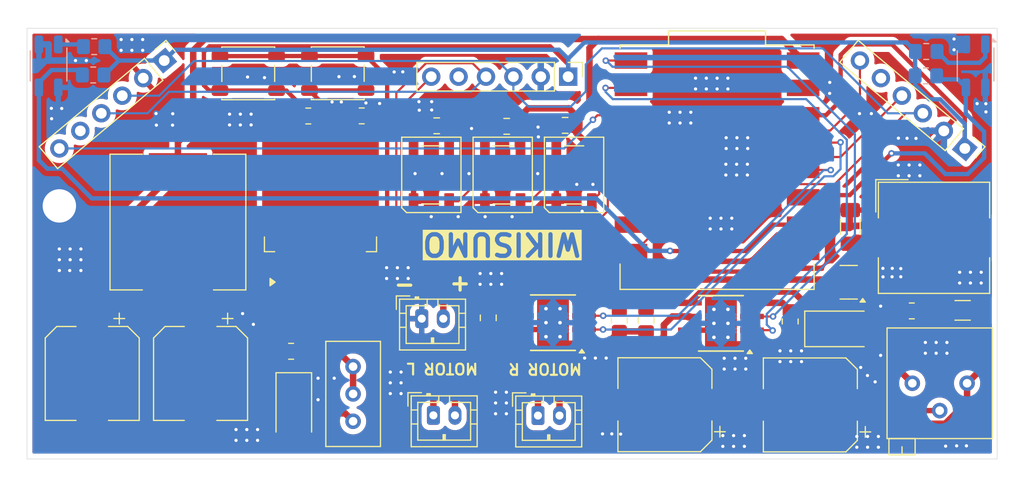
<source format=kicad_pcb>
(kicad_pcb (version 20241229) (generator "pcbnew") (generator_version "9.0")
  (layers (0 "F.Cu" signal) (2 "B.Cu" signal) (13 "F.Paste" user) (15 "B.Paste" user) (5 "F.SilkS" user "F.Silkscreen") (7 "B.SilkS" user "B.Silkscreen") (1 "F.Mask" user) (3 "B.Mask" user) (25 "Edge.Cuts" user))
  (net 0 "")
  (net 1 "Net-(U3-A)")
  (net 2 "+3V3")
  (net 3 "QR1113_L")
  (net 4 "Net-(U4-A)")
  (net 5 "QR1113_R")
  (net 6 "Net-(D1-A)")
  (net 8 "Net-(D4-DOUT)")
  (net 9 "VL53L0X_C")
  (net 10 "SDA")
  (net 11 "SCL")
  (net 12 "VL53L0X_L")
  (net 13 "+5V")
  (net 14 "VL53L0X_R")
  (net 15 "+12V")
  (net 18 "+BATT")
  (net 19 "Net-(D2-K)")
  (net 20 "Net-(R5-Pad1)")
  (net 21 "Net-(U7-FB)")
  (net 22 "Net-(U6-FB)")
  (net 24 "Net-(J5-Pin_2)")
  (net 25 "Net-(J5-Pin_1)")
  (net 26 "Net-(J6-Pin_1)")
  (net 27 "Net-(J6-Pin_2)")
  (net 28 "Net-(U1-GPIO0)")
  (net 29 "GND")
  (net 30 "LED")
  (net 31 "Net-(D5-DOUT)")
  (net 33 "Net-(R7-Pad2)")
  (net 34 "Net-(U2-ILIM)")
  (net 35 "Net-(U5-ILIM)")
  (net 36 "DRV8871_BI1")
  (net 37 "DRV8871_AI1")
  (net 38 "DRV8871_AI2")
  (net 39 "DRV8871_BI2")
  (footprint "Connector_JST:JST_PH_B2B-PH-K_1x02_P2.00mm_Vertical" (layer "F.Cu") (at 141.62 96.97)
    (property "Reference" "J4" (hide yes))
    (property "Value" "Conn_01x02" (hide yes))
  )
  (footprint "Capacitor_SMD:C_0805_2012Metric_Pad1.18x1.45mm_HandSolder" (layer "F.Cu") (at 162.43 97.13 -90)
    (property "Reference" "C13" (hide yes))
    (property "Value" "0.1uF" (hide yes))
  )
  (footprint "Capacitor_SMD:C_0805_2012Metric_Pad1.18x1.45mm_HandSolder" (layer "F.Cu") (at 147.79 96.8925 -90)
    (property "Reference" "C11" (hide yes))
    (property "Value" "0.1uF" (hide yes))
  )
  (footprint "Connector_PinHeader_2.54mm:PinHeader_1x06_P2.54mm_Vertical" (layer "F.Cu") (at 192 81.163403 -130)
    (property "Reference" "J3" (hide yes))
    (property "Value" "Conn_01x06")
  )
  (footprint "Button_Switch_SMD:SW_SPST_PTS647_Sx50" (layer "F.Cu") (at 133.825 74.18 180)
    (property "Reference" "SW2" (hide yes))
    (property "Value" "SW_Push" (hide yes))
  )
  (footprint "Potentiometer_THT:Potentiometer_Bourns_3296W_Vertical" (layer "F.Cu") (at 135.25 101.42 90)
    (property "Reference" "RV2" (hide yes))
    (property "Value" "10K" (hide yes))
  )
  (footprint "Button_Switch_SMD:SW_SPST_PTS647_Sx50" (layer "F.Cu") (at 125.525 74.19 180)
    (property "Reference" "SW1" (hide yes))
    (property "Value" "SW_Push" (hide yes))
  )
  (footprint "Resistor_SMD:R_0805_2012Metric_Pad1.20x1.40mm_HandSolder" (layer "F.Cu") (at 136.05 78.14)
    (property "Reference" "R8" (hide yes))
    (property "Value" "R" (hide yes))
  )
  (footprint "Capacitor_SMD:CP_Elec_8x10.5" (layer "F.Cu") (at 164.18 104.96 180)
    (property "Reference" "C14" (hide yes))
    (property "Value" "22uF" (hide yes))
  )
  (footprint "Capacitor_SMD:CP_Elec_8x10.5" (layer "F.Cu") (at 111.05 102.06 -90)
    (property "Reference" "C4" (hide yes))
    (property "Value" "220uF")
  )
  (footprint "Capacitor_SMD:C_0805_2012Metric_Pad1.18x1.45mm_HandSolder" (layer "F.Cu") (at 149.5 79.11 180)
    (property "Reference" "C9" (hide yes))
    (property "Value" "C" (hide yes))
  )
  (footprint "Package_TO_SOT_SMD:SOT-23-6" (layer "F.Cu") (at 181.2275 93.59 180)
    (property "Reference" "U6" (hide yes))
    (property "Value" "MT3608")
  )
  (footprint "Connector_JST:JST_PH_B2B-PH-K_1x02_P2.00mm_Vertical" (layer "F.Cu") (at 152.4 105.97)
    (property "Reference" "J6" (hide yes))
    (property "Value" "Conn_01x02" (hide yes))
  )
  (footprint "Resistor_SMD:R_0805_2012Metric_Pad1.20x1.40mm_HandSolder" (layer "F.Cu") (at 129.5 100 180)
    (property "Reference" "R6" (hide yes))
    (property "Value" "330")
  )
  (footprint "Connector_PinHeader_2.54mm:PinHeader_1x06_P2.54mm_Vertical" (layer "F.Cu") (at 117.728764 73 -50)
    (property "Reference" "J1" (hide yes))
    (property "Value" "Conn_01x06")
  )
  (footprint "Resistor_SMD:R_0805_2012Metric_Pad1.20x1.40mm_HandSolder" (layer "F.Cu") (at 159.95 97.15 -90)
    (property "Reference" "R9" (hide yes))
    (property "Value" "33K" (hide yes))
  )
  (footprint "Diode_SMD:D_SMA" (layer "F.Cu") (at 129.75 105.5 -90)
    (property "Reference" "D2" (hide yes))
    (property "Value" "SS34")
  )
  (footprint "LED_SMD:LED_WS2812B_PLCC4_5.0x5.0mm_P3.2mm" (layer "F.Cu") (at 142.51 83.62 -90)
    (property "Reference" "D6" (hide yes))
    (property "Value" "WS2812B" (hide yes))
  )
  (footprint "LED_SMD:LED_WS2812B_PLCC4_5.0x5.0mm_P3.2mm" (layer "F.Cu") (at 155.75 83.62 -90)
    (property "Reference" "D4" (hide yes))
    (property "Value" "WS2812B" (hide yes))
  )
  (footprint "Capacitor_SMD:C_0805_2012Metric_Pad1.18x1.45mm_HandSolder" (layer "F.Cu") (at 143.0075 79.06 180)
    (property "Reference" "C10" (hide yes))
    (property "Value" "C" (hide yes))
  )
  (footprint "Capacitor_SMD:C_0805_2012Metric_Pad1.18x1.45mm_HandSolder" (layer "F.Cu") (at 154.92 79.02 180)
    (property "Reference" "C8" (hide yes))
    (property "Value" "C" (hide yes))
  )
  (footprint "Potentiometer_THT:Potentiometer_Bourns_3296P_Horizontal" (layer "F.Cu") (at 187.13 102.97 90)
    (property "Reference" "RV1" (hide yes))
    (property "Value" "100K" (hide yes))
  )
  (footprint "Inductor_SMD:L_12x12mm_H8mm" (layer "F.Cu") (at 119 88 90)
    (property "Reference" "L2" (hide yes))
    (property "Value" "47uH")
  )
  (footprint "Resistor_SMD:R_0805_2012Metric_Pad1.20x1.40mm_HandSolder" (layer "F.Cu") (at 175.8 97.23 -90)
    (property "Reference" "R10" (hide yes))
    (property "Value" "33K" (hide yes))
  )
  (footprint "Resistor_SMD:R_0805_2012Metric_Pad1.20x1.40mm_HandSolder" (layer "F.Cu") (at 187.08 96.25)
    (property "Reference" "R5" (hide yes))
    (property "Value" "2.2K")
  )
  (footprint "LED_SMD:LED_WS2812B_PLCC4_5.0x5.0mm_P3.2mm" (layer "F.Cu") (at 149.13 83.62 -90)
    (property "Reference" "D5" (hide yes))
    (property "Value" "WS2812B" (hide yes))
  )
  (footprint "Capacitor_SMD:CP_Elec_8x10.5" (layer "F.Cu") (at 177.67 104.98 180)
    (property "Reference" "C12" (hide yes))
    (property "Value" "22uF" (hide yes))
  )
  (footprint "Capacitor_SMD:C_1206_3216Metric_Pad1.33x1.80mm_HandSolder" (layer "F.Cu") (at 191.7975 96.2 180)
    (property "Reference" "C2" (hide yes))
    (property "Value" "28uF")
  )
  (footprint "Capacitor_SMD:C_1206_3216Metric_Pad1.33x1.80mm_HandSolder" (layer "F.Cu") (at 181.38 88.45 90)
    (property "Reference" "C1" (hide yes))
    (property "Value" "28uF")
  )
  (footprint "Package_TO_SOT_SMD:TO-263-5_TabPin3" (layer "F.Cu") (at 132.225 85.925 90)
    (property "Reference" "U7" (hide yes))
    (property "Value" "LM2596S-ADJ")
  )
  (footprint "Diode_SMD:D_SMA" (layer "F.Cu") (at 180.66 97.92)
    (property "Reference" "D1" (hide yes))
    (property "Value" "SS34")
  )
  (footprint "Inductor_SMD:L_TDK_SLF10165" (layer "F.Cu") (at 189.14 89.4625)
    (property "Reference" "L1" (hide yes))
    (property "Value" "22uH" (hide yes))
  )
  (footprint "Package_SO:Texas_HTSOP-8-1EP_3.9x4.9mm_P1.27mm_EP2.95x4.9mm_Mask2.4x3.1mm_ThermalVias" (layer "F.Cu") (at 153.795 97.345 180)
    (property "Reference" "U2" (hide yes))
    (property "Value" "DRV8871DDA" (hide yes))
  )
  (footprint "Connector_JST:JST_PH_B2B-PH-K_1x02_P2.00mm_Vertical" (layer "F.Cu") (at 142.7 105.95)
    (property "Reference" "J5" (hide yes))
    (property "Value" "Conn_01x02" (hide yes))
  )
  (footprint "Package_SO:Texas_HTSOP-8-1EP_3.9x4.9mm_P1.27mm_EP2.95x4.9mm_Mask2.4x3.1mm_ThermalVias" (layer "F.Cu") (at 169.375 97.405 180)
    (property "Reference" "U5" (hide yes))
    (property "Value" "DRV8871DDA" (hide yes))
  )
  (footprint "Capacitor_SMD:CP_Elec_8x10.5" (layer "F.Cu") (at 121.1 102.06 -90)
    (property "Reference" "C3" (hide yes))
    (property "Value" "100uF")
  )
  (footprint "Connector_PinHeader_2.54mm:PinHeader_1x06_P2.54mm_Vertical" (layer "F.Cu") (at 155.2 74.5 -90)
    (property "Reference" "J2" (hide yes))
    (property "Value" "Conn_01x06" (hide yes))
  )
  (footprint "esp32-c3:MODULE_ESP32-C3_SUPERMINI" (layer "F.Cu") (at 169.015 82.9)
    (property "Reference" "U1" (hide yes))
    (property "Value" "ESP32-C3_SUPERMINI_SMD")
  )
  (footprint "Resistor_SMD:R_0805_2012Metric_Pad1.20x1.40mm_HandSolder" (layer "F.Cu") (at 131.095 78.15)
    (property "Reference" "R7" (hide yes))
    (property "Value" "R" (hide yes))
  )
  (footprint "Resistor_SMD:R_0805_2012Metric_Pad1.20x1.40mm_HandSolder" (layer "B.Cu") (at 111.23 71.71)
    (property "Reference" "R1" (hide yes))
    (property "Value" "100" (hide yes))
  )
  (footprint "OptoDevice:OnSemi_CASE100CY" (layer "B.Cu") (at 107 73.5 180)
    (property "Reference" "U3" (hide yes))
    (property "Value" "QRE1113GR")
  )
  (footprint "Resistor_SMD:R_0805_2012Metric_Pad1.20x1.40mm_HandSolder" (layer "B.Cu") (at 111.14 74.34 180)
    (property "Reference" "R2" (hide yes))
    (property "Value" "10K" (hide yes))
  )
  (footprint "Resistor_SMD:R_0805_2012Metric_Pad1.20x1.40mm_HandSolder" (layer "B.Cu") (at 188.42 72.16 180)
    (property "Reference" "R3" (hide yes))
    (property "Value" "100" (hide yes))
  )
  (footprint "OptoDevice:OnSemi_CASE100CY" (layer "B.Cu") (at 193 73.5 180)
    (property "Reference" "U4" (hide yes))
    (property "Value" "QRE1113GR")
  )
  (footprint "Resistor_SMD:R_0805_2012Metric_Pad1.20x1.40mm_HandSolder" (layer "B.Cu") (at 188.39 74.42)
    (property "Reference" "R4" (hide yes))
    (property "Value" "10K" (hide yes))
  )
  (gr_rect (start 105 70) (end 195 110) (stroke (width 0.05)) (fill no) (layer "Edge.Cuts"))
  (gr_text "+" (at 144.05 94.51 0) (layer "F.SilkS") (effects (font (size 1.5 1.5) (thickness 0.3) (bold yes)) (justify left bottom)))
  (gr_text " WIKISUMO " (at 158.11 88.87 180) (layer "F.SilkS" knockout) (effects (font (size 2 2) (thickness 0.4) (bold yes)) (justify left bottom)))
  (gr_text "MOTOR R" (at 153.07 101.05 180) (layer "F.SilkS") (effects (font (size 1 1) (thickness 0.2) (bold yes)) (justify bottom)))
  (gr_text "MOTOR L" (at 143.53 101.02 180) (layer "F.SilkS") (effects (font (size 1 1) (thickness 0.2) (bold yes)) (justify bottom)))
  (gr_text "-" (at 138.9 94.63 0) (layer "F.SilkS") (effects (font (size 1.5 1.5) (thickness 0.3) (bold yes)) (justify left bottom)))
  (segment (start 110.02 71.5) (end 110.23 71.71) (width 0.4) (layer "B.Cu") (net 1))
  (segment (start 107.9 71.5) (end 110.02 71.5) (width 0.4) (layer "B.Cu") (net 1))
  (segment (start 177 78.08) (end 179.11 78.08) (width 0.4) (layer "F.Cu") (net 2))
  (segment (start 179.11 78.08) (end 180.48 76.71) (width 0.4) (layer "F.Cu") (net 2))
  (segment (start 121.9 75.79) (end 122.9 75.79) (width 0.4) (layer "F.Cu") (net 2))
  (segment (start 122.9 75.79) (end 128.15 75.79) (width 0.4) (layer "F.Cu") (net 2))
  (segment (start 128.15 75.63) (end 128.15 75.79) (width 0.4) (layer "F.Cu") (net 2))
  (segment (start 153.531 71.681) (end 121.929 71.681) (width 0.4) (layer "F.Cu") (net 2))
  (segment (start 155.2 73.35) (end 153.531 71.681) (width 0.4) (layer "F.Cu") (net 2))
  (segment (start 121.41 72.2) (end 121.41 75.3) (width 0.4) (layer "F.Cu") (net 2))
  (segment (start 121.41 75.3) (end 121.9 75.79) (width 0.4) (layer "F.Cu") (net 2))
  (segment (start 185.25 71.5) (end 192 78.25) (width 0.4) (layer "F.Cu") (net 2))
  (segment (start 130.095 76.825) (end 130.095 78.15) (width 0.4) (layer "F.Cu") (net 2))
  (segment (start 155.2 74.5) (end 155.2 73.35) (width 0.4) (layer "F.Cu") (net 2))
  (segment (start 129.06 75.79) (end 130.095 76.825) (width 0.4) (layer "F.Cu") (net 2))
  (segment (start 192 78.25) (end 192 81.163403) (width 0.4) (layer "F.Cu") (net 2))
  (segment (start 181.46 71.5) (end 185.25 71.5) (width 0.4) (layer "F.Cu") (net 2))
  (segment (start 180.48 72.48) (end 181.46 71.5) (width 0.4) (layer "F.Cu") (net 2))
  (segment (start 121.929 71.681) (end 121.41 72.2) (width 0.4) (layer "F.Cu") (net 2))
  (segment (start 180.48 76.71) (end 180.48 72.48) (width 0.4) (layer "F.Cu") (net 2))
  (segment (start 128.15 75.79) (end 129.06 75.79) (width 0.4) (layer "F.Cu") (net 2))
  (segment (start 112.14 74.34) (end 112.18 74.34) (width 0.4) (layer "B.Cu") (net 2))
  (segment (start 187.39 74.42) (end 187.81 74.42) (width 0.4) (layer "B.Cu") (net 2))
  (segment (start 113.52 73) (end 112.23 71.71) (width 0.4) (layer "B.Cu") (net 2))
  (segment (start 186.58 71.32) (end 156.71 71.32) (width 0.4) (layer "B.Cu") (net 2))
  (segment (start 187.39 75.27) (end 188.72 76.6) (width 0.4) (layer "B.Cu") (net 2))
  (segment (start 112.18 74.34) (end 113.52 73) (width 0.4) (layer "B.Cu") (net 2))
  (segment (start 155.2 74.5) (end 155.2 72.84) (width 0.4) (layer "B.Cu") (net 2))
  (segment (start 156.71 71.32) (end 155.2 72.83) (width 0.4) (layer "B.Cu") (net 2))
  (segment (start 187.39 74.42) (end 187.39 75.27) (width 0.4) (layer "B.Cu") (net 2))
  (segment (start 154.36 72) (end 118.728764 72) (width 0.4) (layer "B.Cu") (net 2))
  (segment (start 189.71 76.6) (end 192 78.89) (width 0.4) (layer "B.Cu") (net 2))
  (segment (start 187.42 72.16) (end 186.58 71.32) (width 0.4) (layer "B.Cu") (net 2))
  (segment (start 192 78.89) (end 192 81.163403) (width 0.4) (layer "B.Cu") (net 2))
  (segment (start 117.728764 73) (end 113.52 73) (width 0.4) (layer "B.Cu") (net 2))
  (segment (start 118.728764 72) (end 117.728764 73) (width 0.4) (layer "B.Cu") (net 2))
  (segment (start 187.39 72.19) (end 187.42 72.16) (width 0.4) (layer "B.Cu") (net 2))
  (segment (start 155.2 72.83) (end 155.2 74.5) (width 0.4) (layer "B.Cu") (net 2))
  (segment (start 155.2 72.84) (end 154.36 72) (width 0.4) (layer "B.Cu") (net 2))
  (segment (start 187.39 74.42) (end 187.39 72.19) (width 0.4) (layer "B.Cu") (net 2))
  (segment (start 188.72 76.6) (end 189.71 76.6) (width 0.4) (layer "B.Cu") (net 2))
  (segment (start 164.672373 90.69) (end 171.79 90.69) (width 0.4) (layer "F.Cu") (net 3))
  (segment (start 174.24 88.24) (end 177 88.24) (width 0.4) (layer "F.Cu") (net 3))
  (segment (start 164.654381 90.672008) (end 164.672373 90.69) (width 0.4) (layer "F.Cu") (net 3))
  (segment (start 171.79 90.69) (end 174.24 88.24) (width 0.4) (layer "F.Cu") (net 3))
  (via (at 164.654381 90.672008) (size 0.6) (drill 0.3) (layers "F.Cu" "B.Cu") (net 3))
  (segment (start 106.1 75.05) (end 106.1 75.5) (width 0.4) (layer "B.Cu") (net 3))
  (segment (start 157.799 85.799) (end 111.007837 85.799) (width 0.4) (layer "B.Cu") (net 3))
  (segment (start 106.1 82.25) (end 106.1 75.5) (width 0.4) (layer "B.Cu") (net 3))
  (segment (start 106.89 83.04) (end 106.1 82.25) (width 0.4) (layer "B.Cu") (net 3))
  (segment (start 107.27 73.88) (end 106.1 75.05) (width 0.4) (layer "B.Cu") (net 3))
  (segment (start 110.185 74.5) (end 109.565 73.88) (width 0.4) (layer "B.Cu") (net 3))
  (segment (start 111.007837 85.799) (end 108.248837 83.04) (width 0.4) (layer "B.Cu") (net 3))
  (segment (start 109.565 73.88) (end 107.27 73.88) (width 0.4) (layer "B.Cu") (net 3))
  (segment (start 162.672008 90.672008) (end 157.799 85.799) (width 0.4) (layer "B.Cu") (net 3))
  (segment (start 108.248837 83.04) (end 106.89 83.04) (width 0.4) (layer "B.Cu") (net 3))
  (segment (start 164.654381 90.672008) (end 162.672008 90.672008) (width 0.4) (layer "B.Cu") (net 3))
  (segment (start 193.9 72.67) (end 193.9 71.5) (width 0.4) (layer "B.Cu") (net 4))
  (segment (start 190.47 73.21) (end 193.36 73.21) (width 0.4) (layer "B.Cu") (net 4))
  (segment (start 189.42 72.16) (end 190.47 73.21) (width 0.4) (layer "B.Cu") (net 4))
  (segment (start 193.36 73.21) (end 193.9 72.67) (width 0.4) (layer "B.Cu") (net 4))
  (segment (start 181.32 85.5) (end 177.2 85.5) (width 0.4) (layer "F.Cu") (net 5))
  (segment (start 177.2 85.5) (end 177 85.7) (width 0.4) (layer "F.Cu") (net 5))
  (segment (start 185.2 81.62) (end 181.32 85.5) (width 0.4) (layer "F.Cu") (net 5))
  (via (at 185.2 81.62) (size 0.6) (drill 0.3) (layers "F.Cu" "B.Cu") (net 5))
  (segment (start 192.09 77.912) (end 192.09 75.51) (width 0.4) (layer "B.Cu") (net 5))
  (segment (start 185.2 81.62) (end 188.28 81.62) (width 0.4) (layer "B.Cu") (net 5))
  (segment (start 189.34 74.75) (end 191.35 74.75) (width 0.4) (layer "B.Cu") (net 5))
  (segment (start 193.79 82.02) (end 193.79 79.612) (width 0.4) (layer "B.Cu") (net 5))
  (segment (start 192.268909 83.541091) (end 193.79 82.02) (width 0.4) (layer "B.Cu") (net 5))
  (segment (start 191.35 74.75) (end 192.1 75.5) (width 0.4) (layer "B.Cu") (net 5))
  (segment (start 192.09 75.51) (end 192.1 75.5) (width 0.4) (layer "B.Cu") (net 5))
  (segment (start 188.28 81.62) (end 190.201091 83.541091) (width 0.4) (layer "B.Cu") (net 5))
  (segment (start 193.79 79.612) (end 192.09 77.912) (width 0.4) (layer "B.Cu") (net 5))
  (segment (start 190.201091 83.541091) (end 192.268909 83.541091) (width 0.4) (layer "B.Cu") (net 5))
  (segment (start 185.45 93.96) (end 188.6925 93.96) (width 0.6) (layer "F.Cu") (net 6))
  (segment (start 182.365 94.54) (end 184.87 94.54) (width 0.6) (layer "F.Cu") (net 6))
  (segment (start 182.365 94.54) (end 182.365 97.625) (width 0.6) (layer "F.Cu") (net 6))
  (segment (start 182.365 97.625) (end 182.66 97.92) (width 0.6) (layer "F.Cu") (net 6))
  (segment (start 188.6925 93.96) (end 193.19 89.4625) (width 0.6) (layer "F.Cu") (net 6))
  (segment (start 184.87 94.54) (end 185.45 93.96) (width 0.6) (layer "F.Cu") (net 6))
  (segment (start 154.1 81.17) (end 154.1 83.66) (width 0.2) (layer "F.Cu") (net 8))
  (segment (start 151.69 86.07) (end 150.78 86.07) (width 0.2) (layer "F.Cu") (net 8))
  (segment (start 154.1 83.66) (end 151.69 86.07) (width 0.2) (layer "F.Cu") (net 8))
  (segment (start 158.88 84.5595) (end 158.88 86.97) (width 0.2) (layer "F.Cu") (net 9))
  (segment (start 141.22 88.2) (end 139.73 86.71) (width 0.2) (layer "F.Cu") (net 9))
  (segment (start 161.03 83.16) (end 160.2795 83.16) (width 0.2) (layer "F.Cu") (net 9))
  (segment (start 139.73 77.27) (end 142.5 74.5) (width 0.2) (layer "F.Cu") (net 9))
  (segment (start 158.88 86.97) (end 157.65 88.2) (width 0.2) (layer "F.Cu") (net 9))
  (segment (start 157.65 88.2) (end 141.22 88.2) (width 0.2) (layer "F.Cu") (net 9))
  (segment (start 139.73 86.71) (end 139.73 77.27) (width 0.2) (layer "F.Cu") (net 9))
  (segment (start 160.2795 83.16) (end 158.88 84.5595) (width 0.2) (layer "F.Cu") (net 9))
  (segment (start 186.162741 76.265361) (end 180.468102 81.96) (width 0.2) (layer "F.Cu") (net 10))
  (segment (start 160.67 88.6) (end 140.90358 88.6) (width 0.2) (layer "F.Cu") (net 10))
  (segment (start 161.03 88.24) (end 160.67 88.6) (width 0.2) (layer "F.Cu") (net 10))
  (segment (start 180.468102 81.96) (end 167.6465 81.96) (width 0.2) (layer "F.Cu") (net 10))
  (segment (start 140.90358 88.6) (end 139.26 86.95642) (width 0.2) (layer "F.Cu") (net 10))
  (segment (start 139.26 76) (end 142.01 73.25) (width 0.2) (layer "F.Cu") (net 10))
  (segment (start 161.3665 88.24) (end 161.03 88.24) (width 0.2) (layer "F.Cu") (net 10))
  (segment (start 146.33 73.25) (end 147.58 74.5) (width 0.2) (layer "F.Cu") (net 10))
  (segment (start 142.01 73.25) (end 146.33 73.25) (width 0.2) (layer "F.Cu") (net 10))
  (segment (start 167.6465 81.96) (end 161.3665 88.24) (width 0.2) (layer "F.Cu") (net 10))
  (segment (start 139.26 86.95642) (end 139.26 76) (width 0.2) (layer "F.Cu") (net 10))
  (segment (start 146.18 75.9) (end 147.58 74.5) (width 0.2) (layer "B.Cu") (net 10))
  (segment (start 116.170299 77.898042) (end 118.168341 75.9) (width 0.2) (layer "B.Cu") (net 10))
  (segment (start 118.168341 75.9) (end 146.18 75.9) (width 0.2) (layer "B.Cu") (net 10))
  (segment (start 111.891505 77.898042) (end 116.170299 77.898042) (width 0.2) (layer "B.Cu") (net 10))
  (segment (start 188.108494 77.898042) (end 186.511958 77.898042) (width 0.2) (layer "F.Cu") (net 11))
  (segment (start 167.668444 84.478056) (end 161.3665 90.78) (width 0.2) (layer "F.Cu") (net 11))
  (segment (start 179.931944 84.478056) (end 167.668444 84.478056) (width 0.2) (layer "F.Cu") (net 11))
  (segment (start 161.3665 90.78) (end 161.03 90.78) (width 0.2) (layer "F.Cu") (net 11))
  (segment (start 186.511958 77.898042) (end 179.931944 84.478056) (width 0.2) (layer "F.Cu") (net 11))
  (segment (start 178.819 71.869) (end 184.848042 77.898042) (width 0.2) (layer "B.Cu") (net 11))
  (segment (start 155.42 77.29) (end 156.84 75.87) (width 0.2) (layer "B.Cu") (net 11))
  (segment (start 120.489525 73.04) (end 117.264164 76.265361) (width 0.2) (layer "B.Cu") (net 11))
  (segment (start 117.264164 76.265361) (end 113.837258 76.265361) (width 0.2) (layer "B.Cu") (net 11))
  (segment (start 151.53 77.29) (end 155.42 77.29) (width 0.2) (layer "B.Cu") (net 11))
  (segment (start 184.848042 77.898042) (end 188.108494 77.898042) (width 0.2) (layer "B.Cu") (net 11))
  (segment (start 156.84 73.36) (end 158.331 71.869) (width 0.2) (layer "B.Cu") (net 11))
  (segment (start 150.12 74.5) (end 148.66 73.04) (width 0.2) (layer "B.Cu") (net 11))
  (segment (start 158.331 71.869) (end 178.819 71.869) (width 0.2) (layer "B.Cu") (net 11))
  (segment (start 156.84 75.87) (end 156.84 73.36) (width 0.2) (layer "B.Cu") (net 11))
  (segment (start 150.12 74.5) (end 150.12 75.88) (width 0.2) (layer "B.Cu") (net 11))
  (segment (start 148.66 73.04) (end 120.489525 73.04) (width 0.2) (layer "B.Cu") (net 11))
  (segment (start 150.12 75.88) (end 151.53 77.29) (width 0.2) (layer "B.Cu") (net 11))
  (segment (start 157.92 78.08) (end 157.5 78.5) (width 0.2) (layer "F.Cu") (net 12))
  (segment (start 161.03 78.08) (end 157.92 78.08) (width 0.2) (layer "F.Cu") (net 12))
  (via (at 157.5 78.5) (size 0.6) (drill 0.3) (layers "F.Cu" "B.Cu") (net 12))
  (segment (start 154.836597 81.163403) (end 157.5 78.5) (width 0.2) (layer "B.Cu") (net 12))
  (segment (start 108 81.163403) (end 154.836597 81.163403) (width 0.2) (layer "B.Cu") (net 12))
  (segment (start 129.328282 105.769) (end 134.519 105.769) (width 0.6) (layer "F.Cu") (net 13))
  (segment (start 150.5375 78.3925) (end 150.5375 79.11) (width 0.6) (layer "F.Cu") (net 13))
  (segment (start 177 73) (end 175 71) (width 0.6) (layer "F.Cu") (net 13))
  (segment (start 155.9575 79.02) (end 155.9575 78.1275) (width 0.6) (layer "F.Cu") (net 13))
  (segment (start 115.43 102.74) (end 126.299282 102.74) (width 0.6) (layer "F.Cu") (net 13))
  (segment (start 157.18 77.0725) (end 157.18 71.83) (width 0.6) (layer "F.Cu") (net 13))
  (segment (start 155.9575 79.7275) (end 155.9575 79.02) (width 0.6) (layer "F.Cu") (net 13))
  (segment (start 144.045 79.06) (end 144.045 81.055) (width 0.6) (layer "F.Cu") (net 13))
  (segment (start 155.9575 78.1275) (end 155.27 77.44) (width 0.6) (layer "F.Cu") (net 13))
  (segment (start 150.5375 79.11) (end 150.5375 78.2875) (width 0.6) (layer "F.Cu") (net 13))
  (segment (start 111.05 91) (end 111.05 98.36) (width 0.6) (layer "F.Cu") (net 13))
  (segment (start 126.299282 102.74) (end 129.328282 105.769) (width 0.6) (layer "F.Cu") (net 13))
  (segment (start 175 71) (end 158.01 71) (width 0.6) (layer "F.Cu") (net 13))
  (segment (start 151.49 77.44) (end 150.5375 78.3925) (width 0.6) (layer "F.Cu") (net 13))
  (segment (start 144.045 81.055) (end 144.16 81.17) (width 0.6) (layer "F.Cu") (net 13))
  (segment (start 134.519 105.769) (end 135.25 106.5) (width 0.6) (layer "F.Cu") (net 13))
  (segment (start 150.5375 78.2875) (end 149.66 77.41) (width 0.6) (layer "F.Cu") (net 13))
  (segment (start 157.4 81.17) (end 155.9575 79.7275) (width 0.6) (layer "F.Cu") (net 13))
  (segment (start 119 80.57) (end 119 83.05) (width 0.6) (layer "F.Cu") (net 13))
  (segment (start 150.5375 79.11) (end 150.5375 80.9275) (width 0.6) (layer "F.Cu") (net 13))
  (segment (start 158.01 71) (end 121.49 71) (width 0.6) (layer "F.Cu") (net 13))
  (segment (start 120.42 72.07) (end 120.42 79.15) (width 0.6) (layer "F.Cu") (net 13))
  (segment (start 121.49 71) (end 120.42 72.07) (width 0.6) (layer "F.Cu") (net 13))
  (segment (start 111.05 98.36) (end 115.43 102.74) (width 0.6) (layer "F.Cu") (net 13))
  (segment (start 144.2425 79.3) (end 144.22 79.2775) (width 0.2) (layer "F.Cu") (net 13))
  (segment (start 144.045 78.305) (end 144.045 79.06) (width 0.6) (layer "F.Cu") (net 13))
  (segment (start 155.9575 78.295) (end 157.18 77.0725) (width 0.6) (layer "F.Cu") (net 13))
  (segment (start 155.9575 79.02) (end 155.9575 78.295) (width 0.6) (layer "F.Cu") (net 13))
  (segment (start 119 83.05) (end 111.05 91) (width 0.6) (layer "F.Cu") (net 13))
  (segment (start 157.18 71.83) (end 158.01 71) (width 0.6) (layer "F.Cu") (net 13))
  (segment (start 150.5375 80.9275) (end 150.78 81.17) (width 0.6) (layer "F.Cu") (net 13))
  (segment (start 120.42 79.15) (end 119 80.57) (width 0.6) (layer "F.Cu") (net 13))
  (segment (start 149.66 77.41) (end 144.94 77.41) (width 0.6) (layer "F.Cu") (net 13))
  (segment (start 144.94 77.41) (end 144.045 78.305) (width 0.6) (layer "F.Cu") (net 13))
  (segment (start 155.27 77.44) (end 151.49 77.44) (width 0.6) (layer "F.Cu") (net 13))
  (segment (start 167.9805 79.5) (end 161.7805 85.7) (width 0.2) (layer "F.Cu") (net 14))
  (segment (start 161.7805 85.7) (end 161.03 85.7) (width 0.2) (layer "F.Cu") (net 14))
  (segment (start 182.271235 73) (end 182.271235 76.745765) (width 0.2) (layer "F.Cu") (net 14))
  (segment (start 179.517 79.5) (end 175.771235 79.5) (width 0.2) (layer "F.Cu") (net 14))
  (segment (start 175.771235 79.5) (end 167.9805 79.5) (width 0.2) (layer "F.Cu") (net 14))
  (segment (start 182.271235 76.745765) (end 179.517 79.5) (width 0.2) (layer "F.Cu") (net 14))
  (segment (start 152.2 94.16) (end 160.4975 94.16) (width 0.6) (layer "F.Cu") (net 15))
  (segment (start 167.546 94.454) (end 166.5 95.5) (width 0.6) (layer "F.Cu") (net 15))
  (segment (start 162.43 96.0925) (end 163.0225 95.5) (width 0.6) (layer "F.Cu") (net 15))
  (segment (start 181.4 105.4) (end 182.731 106.731) (width 0.6) (layer "F.Cu") (net 15))
  (segment (start 150.92 95.44) (end 148.205 95.44) (width 0.6) (layer "F.Cu") (net 15))
  (segment (start 150.92 95.44) (end 152.2 94.16) (width 0.6) (layer "F.Cu") (net 15))
  (segment (start 178.66 97.92) (end 178.66 102.48) (width 0.6) (layer "F.Cu") (net 15))
  (segment (start 178.66 97.02) (end 176.094 94.454) (width 0.6) (layer "F.Cu") (net 15))
  (segment (start 190.175755 106.731) (end 192.21 104.696755) (width 0.6) (layer "F.Cu") (net 15))
  (segment (start 178.66 102.48) (end 178.57 102.57) (width 0.6) (layer "F.Cu") (net 15))
  (segment (start 178.66 97.92) (end 178.66 97.02) (width 0.6) (layer "F.Cu") (net 15))
  (segment (start 182.731 106.731) (end 190.175755 106.731) (width 0.6) (layer "F.Cu") (net 15))
  (segment (start 150.8175 95.5425) (end 150.92 95.44) (width 0.6) (layer "F.Cu") (net 15))
  (segment (start 148.205 95.44) (end 147.79 95.855) (width 0.6) (layer "F.Cu") (net 15))
  (segment (start 160.4975 94.16) (end 162.43 96.0925) (width 0.6) (layer "F.Cu") (net 15))
  (segment (start 167.88 105.37) (end 170.68 102.57) (width 0.6) (layer "F.Cu") (net 15))
  (segment (start 170.68 102.57) (end 178.57 102.57) (width 0.6) (layer "F.Cu") (net 15))
  (segment (start 178.57 102.57) (end 181.4 105.4) (width 0.6) (layer "F.Cu") (net 15))
  (segment (start 193.36 96.2) (end 193.36 101.82) (width 0.6) (layer "F.Cu") (net 15))
  (segment (start 192.21 104.696755) (end 192.21 102.97) (width 0.6) (layer "F.Cu") (net 15))
  (segment (start 176.094 94.454) (end 167.546 94.454) (width 0.6) (layer "F.Cu") (net 15))
  (segment (start 163.0225 95.5) (end 166.5 95.5) (width 0.6) (layer "F.Cu") (net 15))
  (segment (start 193.36 101.82) (end 192.21 102.97) (width 0.6) (layer "F.Cu") (net 15))
  (segment (start 121.1 98.36) (end 125.885 93.575) (width 0.6) (layer "F.Cu") (net 18))
  (segment (start 180.09 92.64) (end 180.09 93.59) (width 0.6) (layer "F.Cu") (net 18))
  (segment (start 128.825 90.905) (end 128.825 93.575) (width 0.6) (layer "F.Cu") (net 18))
  (segment (start 179.39 93.34) (end 157.703596 93.34) (width 0.6) (layer "F.Cu") (net 18))
  (segment (start 181.38 90.0125) (end 181.38 91.35) (width 0.6) (layer "F.Cu") (net 18))
  (segment (start 155.953596 91.59) (end 146 91.59) (width 0.6) (layer "F.Cu") (net 18))
  (segment (start 143.62 93.97) (end 143.62 96.97) (width 0.6) (layer "F.Cu") (net 18))
  (segment (start 185.09 89.4625) (end 181.93 89.4625) (width 0.6) (layer "F.Cu") (net 18))
  (segment (start 139.79 90.14) (end 129.59 90.14) (width 0.6) (layer "F.Cu") (net 18))
  (segment (start 146 91.59) (end 143.62 93.97) (width 0.6) (layer "F.Cu") (net 18))
  (segment (start 139.79 90.14) (end 143.62 93.97) (width 0.6) (layer "F.Cu") (net 18))
  (segment (start 181.93 89.4625) (end 181.38 90.0125) (width 0.6) (layer "F.Cu") (net 18))
  (segment (start 180.09 92.64) (end 179.39 93.34) (width 0.6) (layer "F.Cu") (net 18))
  (segment (start 125.885 93.575) (end 128.825 93.575) (width 0.6) (layer "F.Cu") (net 18))
  (segment (start 181.38 91.35) (end 180.09 92.64) (width 0.6) (layer "F.Cu") (net 18))
  (segment (start 157.703596 93.34) (end 155.953596 91.59) (width 0.6) (layer "F.Cu") (net 18))
  (segment (start 129.59 90.14) (end 128.825 90.905) (width 0.6) (layer "F.Cu") (net 18))
  (segment (start 129 103.5) (end 127 101.5) (width 0.6) (layer "F.Cu") (net 19))
  (segment (start 129.75 103.5) (end 129 103.5) (width 0.2) (layer "F.Cu") (net 19))
  (segment (start 127 101.5) (end 127 99) (width 0.6) (layer "F.Cu") (net 19))
  (segment (start 127 101.5) (end 119.72 101.5) (width 0.6) (layer "F.Cu") (net 19))
  (segment (start 127 99) (end 130.525 95.475) (width 0.6) (layer "F.Cu") (net 19))
  (segment (start 130.525 95.475) (end 130.525 93.575) (width 0.2) (layer "F.Cu") (net 19))
  (segment (start 119 100.78) (end 119 92.95) (width 0.6) (layer "F.Cu") (net 19))
  (segment (start 119.72 101.5) (end 119 100.78) (width 0.6) (layer "F.Cu") (net 19))
  (segment (start 186.08 101.92) (end 187.13 102.97) (width 0.6) (layer "F.Cu") (net 20))
  (segment (start 186.08 96.25) (end 186.08 101.92) (width 0.6) (layer "F.Cu") (net 20))
  (segment (start 135.25 101.42) (end 135.25 103.96) (width 0.6) (layer "F.Cu") (net 21))
  (segment (start 133.925 96.575) (end 133.925 93.575) (width 0.6) (layer "F.Cu") (net 21))
  (segment (start 130.5 100) (end 133.83 100) (width 0.6) (layer "F.Cu") (net 21))
  (segment (start 133.83 100) (end 135.25 101.42) (width 0.6) (layer "F.Cu") (net 21))
  (segment (start 130.5 100) (end 133.925 96.575) (width 0.6) (layer "F.Cu") (net 21))
  (segment (start 181.26 93.08) (end 181.7 92.64) (width 0.5) (layer "F.Cu") (net 22))
  (segment (start 180.52 96.76) (end 181.26 96.02) (width 0.5) (layer "F.Cu") (net 22))
  (segment (start 181.26 96.02) (end 181.26 93.08) (width 0.5) (layer "F.Cu") (net 22))
  (segment (start 189.67 105.51) (end 187.52 105.51) (width 0.5) (layer "F.Cu") (net 22))
  (segment (start 181.7 92.64) (end 182.365 92.64) (width 0.5) (layer "F.Cu") (net 22))
  (segment (start 187.52 105.51) (end 180.52 98.51) (width 0.5) (layer "F.Cu") (net 22))
  (segment (start 180.52 98.51) (end 180.52 96.76) (width 0.5) (layer "F.Cu") (net 22))
  (segment (start 149.71 99.25) (end 147.89 101.07) (width 0.6) (layer "F.Cu") (net 24))
  (segment (start 144.7 102.12) (end 144.7 105.95) (width 0.6) (layer "F.Cu") (net 24))
  (segment (start 150.92 99.25) (end 149.71 99.25) (width 0.6) (layer "F.Cu") (net 24))
  (segment (start 147.89 101.07) (end 145.75 101.07) (width 0.6) (layer "F.Cu") (net 24))
  (segment (start 145.75 101.07) (end 144.7 102.12) (width 0.6) (layer "F.Cu") (net 24))
  (segment (start 147.89 99.8) (end 149.21 98.48) (width 0.6) (layer "F.Cu") (net 25))
  (segment (start 142.7 105.95) (end 142.7 102.25) (width 0.6) (layer "F.Cu") (net 25))
  (segment (start 145.15 99.8) (end 147.89 99.8) (width 0.6) (layer "F.Cu") (net 25))
  (segment (start 149.21 98.48) (end 149.21 97.378) (width 0.6) (layer "F.Cu") (net 25))
  (segment (start 142.7 102.25) (end 145.15 99.8) (width 0.6) (layer "F.Cu") (net 25))
  (segment (start 149.21 97.378) (end 149.878 96.71) (width 0.6) (layer "F.Cu") (net 25))
  (segment (start 149.878 96.71) (end 150.92 96.71) (width 0.6) (layer "F.Cu") (net 25))
  (segment (start 164.86 96.77) (end 166.5 96.77) (width 0.6) (layer "F.Cu") (net 26))
  (segment (start 164.08 97.55) (end 164.86 96.77) (width 0.6) (layer "F.Cu") (net 26))
  (segment (start 152.4 103.44) (end 154.24 101.6) (width 0.6) (layer "F.Cu") (net 26))
  (segment (start 164.08 98.62) (end 164.08 97.55) (width 0.6) (layer "F.Cu") (net 26))
  (segment (start 152.4 105.97) (end 152.4 103.44) (width 0.6) (layer "F.Cu") (net 26))
  (segment (start 161.1 101.6) (end 164.08 98.62) (width 0.6) (layer "F.Cu") (net 26))
  (segment (start 154.24 101.6) (end 161.1 101.6) (width 0.6) (layer "F.Cu") (net 26))
  (segment (start 167.18 96.84) (end 166.33 96.84) (width 0.6) (layer "F.Cu") (net 26))
  (segment (start 166.5 96.77) (end 165.499 96.77) (width 0.6) (layer "F.Cu") (net 26))
  (segment (start 154.4 105.97) (end 154.4 104.25) (width 0.6) (layer "F.Cu") (net 27))
  (segment (start 155.85 102.8) (end 161.56 102.8) (width 0.6) (layer "F.Cu") (net 27))
  (segment (start 154.4 104.25) (end 155.85 102.8) (width 0.6) (layer "F.Cu") (net 27))
  (segment (start 165.05 99.31) (end 166.5 99.31) (width 0.6) (layer "F.Cu") (net 27))
  (segment (start 161.56 102.8) (end 165.05 99.31) (width 0.6) (layer "F.Cu") (net 27))
  (segment (start 128.15 72.59) (end 128.18 72.59) (width 0.4) (layer "F.Cu") (net 28))
  (segment (start 175.179 92.601) (end 177 90.78) (width 0.4) (layer "F.Cu") (net 28))
  (segment (start 128.18 72.59) (end 128.19 72.58) (width 0.4) (layer "F.Cu") (net 28))
  (segment (start 138.41 87.17) (end 140.531 89.291) (width 0.4) (layer "F.Cu") (net 28))
  (segment (start 156.24614 89.291) (end 159.55614 92.601) (width 0.4) (layer "F.Cu") (net 28))
  (segment (start 138.41 74.54) (end 138.41 87.17) (width 0.4) (layer "F.Cu") (net 28))
  (segment (start 136.44 72.59) (end 136.45 72.58) (width 0.4) (layer "F.Cu") (net 28))
  (segment (start 122.9 72.59) (end 128.15 72.59) (width 0.4) (layer "F.Cu") (net 28))
  (segment (start 136.45 72.58) (end 131.2 72.58) (width 0.4) (layer "F.Cu") (net 28))
  (segment (start 136.45 72.58) (end 138.41 74.54) (width 0.4) (layer "F.Cu") (net 28))
  (segment (start 128.19 72.58) (end 131.2 72.58) (width 0.4) (layer "F.Cu") (net 28))
  (segment (start 140.531 89.291) (end 156.24614 89.291) (width 0.4) (layer "F.Cu") (net 28))
  (segment (start 159.55614 92.601) (end 175.179 92.601) (width 0.4) (layer "F.Cu") (net 28))
  (segment (start 147.79 97.93) (end 145.97 97.93) (width 0.6) (layer "F.Cu") (net 29))
  (segment (start 188.969278 79.530722) (end 188.5 80) (width 0.6) (layer "F.Cu") (net 29))
  (segment (start 137.05 78.14) (end 137.05 77.65) (width 0.6) (layer "F.Cu") (net 29))
  (segment (start 146.44 79.11) (end 146.24 79.31) (width 0.6) (layer "F.Cu") (net 29))
  (segment (start 137.05 77.65) (end 137.71 76.99) (width 0.6) (layer "F.Cu") (net 29))
  (segment (start 137.05 78.14) (end 137.05 77.55) (width 0.6) (layer "F.Cu") (net 29))
  (segment (start 153.8825 79.02) (end 152.57 79.02) (width 0.6) (layer "F.Cu") (net 29))
  (segment (start 158.85 99.25) (end 156.67 99.25) (width 0.6) (layer "F.Cu") (net 29))
  (segment (start 182.365 93.59) (end 183.91 93.59) (width 0.6) (layer "F.Cu") (net 29))
  (segment (start 132.225 96.275) (end 128.5 100) (width 0.6) (layer "F.Cu") (net 29))
  (segment (start 175.8 99.91) (end 175.85 99.96) (width 0.6) (layer "F.Cu") (net 29))
  (segment (start 159.95 98.15) (end 162.4125 98.15) (width 0.6) (layer "F.Cu") (net 29))
  (segment (start 190.054247 79.530722) (end 190.054247 80.445753) (width 0.6) (layer "F.Cu") (net 29))
  (segment (start 132.225 93.575) (end 132.225 96.275) (width 0.6) (layer "F.Cu") (net 29))
  (segment (start 148.4625 79.11) (end 146.44 79.11) (width 0.6) (layer "F.Cu") (net 29))
  (segment (start 159.95 98.15) (end 158.85 99.25) (width 0.6) (layer "F.Cu") (net 29))
  (segment (start 137.05 77.55) (end 136.44 76.94) (width 0.6) (layer "F.Cu") (net 29))
  (segment (start 190.054247 80.445753) (end 189.5 81) (width 0.6) (layer "F.Cu") (net 29))
  (segment (start 188.969278 79.530722) (end 190.054247 79.530722) (width 0.6) (layer "F.Cu") (net 29))
  (segment (start 137.05 78.14) (end 137.05 79.95) (width 0.6) (layer "F.Cu") (net 29))
  (segment (start 162.4125 98.15) (end 162.43 98.1675) (width 0.6) (layer "F.Cu") (net 29))
  (segment (start 175.8 98.23) (end 175.8 99.91) (width 0.6) (layer "F.Cu") (net 29))
  (segment (start 183.91 93.59) (end 184.41 93.09) (width 0.6) (layer "F.Cu") (net 29))
  (segment (start 137.05 79.95) (end 135 82) (width 0.6) (layer "F.Cu") (net 29))
  (segment (start 152.57 79.02) (end 152.41 79.18) (width 0.6) (layer "F.Cu") (net 29))
  (via (at 147.5 87.5) (size 0.6) (drill 0.3) (layers "F.Cu" "B.Cu") (net 29))
  (via (at 190.22 108.81) (size 0.6) (drill 0.3) (layers "F.Cu" "B.Cu") (net 29))
  (via (at 142.5 87.5) (size 0.6) (drill 0.3) (layers "F.Cu" "B.Cu") (net 29))
  (via (at 109.5 73) (size 0.6) (drill 0.3) (layers "F.Cu" "B.Cu") (net 29))
  (via (at 169.55 108.83) (size 0.6) (drill 0.3) (layers "F.Cu" "B.Cu") (net 29))
  (via (at 138.7 101.93) (size 0.6) (drill 0.3) (layers "F.Cu" "B.Cu") (net 29))
  (via (at 168.02 74.64) (size 0.6) (drill 0.3) (layers "F.Cu" "B.Cu") (net 29))
  (via (at 149.03 92.78) (size 0.6) (drill 0.3) (layers "F.Cu" "B.Cu") (net 29))
  (via (at 108 91.5) (size 0.6) (drill 0.3) (layers "F.Cu" "B.Cu") (net 29))
  (via (at 149.47 104.8) (size 0.6) (drill 0.3) (layers "F.Cu" "B.Cu") (net 29))
  (via (at 174.85 99.96) (size 0.6) (drill 0.3) (layers "F.Cu" "B.Cu") (net 29))
  (via (at 139.36 92.24) (size 0.6) (drill 0.3) (layers "F.Cu" "B.Cu") (net 29))
  (via (at 186.64 80.22) (size 0.6) (drill 0.3) (layers "F.Cu" "B.Cu") (net 29))
  (via (at 186.83 82.7) (size 0.6) (drill 0.3) (layers "F.Cu" "B.Cu") (net 29))
  (via (at 125.39 108.27) (size 0.6) (drill 0.3) (layers "F.Cu" "B.Cu") (net 29))
  (via (at 124.79 78.98) (size 0.6) (drill 0.3) (layers "F.Cu" "B.Cu") (net 29))
  (via (at 169.38 88.64) (size 0.6) (drill 0.3) (layers "F.Cu" "B.Cu") (net 29))
  (via (at 108.961133 92.5) (size 0.6) (drill 0.3) (layers "F.Cu" "B.Cu") (net 29))
  (via (at 189.34 100.18) (size 0.6) (drill 0.3) (layers "F.Cu" "B.Cu") (net 29))
  (via (at 152.38 83.5) (size 0.6) (drill 0.3) (layers "F.Cu" "B.Cu") (net 29))
  (via (at 137.71 76.99) (size 0.6) (drill 0.3) (layers "F.Cu" "B.Cu") (net 29))
  (via (at 187.47 80.23) (size 0.6) (drill 0.3) (layers "F.Cu" "B.Cu") (net 29))
  (via (at 107.26 77.44) (size 0.6) (drill 0.3) (layers "F.Cu" "B.Cu") (net 29))
  (via (at 185.27 92.3) (size 0.6) (drill 0.3) (layers "F.Cu" "B.Cu") (net 29))
  (via (at 190.34 99.18) (size 0.6) (drill 0.3) (layers "F.Cu" "B.Cu") (net 29))
  (via (at 148.03 92.78) (size 0.6) (drill 0.3) (layers "F.Cu" "B.Cu") (net 29))
  (via (at 108.22 77.45) (size 0.6) (drill 0.3) (layers "F.Cu" "B.Cu") (net 29))
  (via (at 133.94 74.499) (size 0.6) (drill 0.3) (layers "F.Cu" "B.Cu") (net 29))
  (via (at 169.86 80.17) (size 0.6) (drill 0.3) (layers "F.Cu" "B.Cu") (net 29))
  (via (at 182.97 102.25) (size 0.6) (drill 0.3) (layers "F.Cu" "B.Cu") (net 29))
  (via (at 109 90.5) (size 0.6) (drill 0.3) (layers "F.Cu" "B.Cu") (net 29))
  (via (at 148.47 105.8) (size 0.6) (drill 0.3) (layers "F.Cu" "B.Cu") (net 29))
  (via (at 149.03 93.78) (size 0.6) (drill 0.3) (layers "F.Cu" "B.Cu") (net 29))
  (via (at 160.07 107.69) (size 0.6) (drill 0.3) (layers "F.Cu" "B.Cu") (net 29))
  (via (at 132 102.5) (size 0.6) (drill 0.3) (layers "F.Cu" "B.Cu") (net 29))
  (via (at 124.39 108.27) (size 0.6) (drill 0.3) (layers "F.Cu" "B.Cu") (net 29))
  (via (at 108 90.5) (size 0.6) (drill 0.3) (layers "F.Cu" "B.Cu") (net 29))
  (via (at 166.58 77.8) (size 0.6) (drill 0.3) (layers "F.Cu" "B.Cu") (net 29))
  (via (at 183.98 107.91) (size 0.6) (drill 0.3) (layers "F.Cu" "B.Cu") (net 29))
  (via (at 189.34 99.18) (size 0.6) (drill 0.3) (layers "F.Cu" "B.Cu") (net 29))
  (via (at 107.28 78.4) (size 0.6) (drill 0.3) (layers "F.Cu" "B.Cu") (net 29))
  (via (at 170.38 88.64) (size 0.6) (drill 0.3) (layers "F.Cu" "B.Cu") (net 29))
  (via (at 170.55 107.83) (size 0.6) (drill 0.3) (layers "F.Cu" "B.Cu") (net 29))
  (via (at 170.83 83.63) (size 0.6) (drill 0.3) (layers "F.Cu" "B.Cu") (net 29))
  (via (at 181.98 107.91) (size 0.6) (drill 0.3) (layers "F.Cu" "B.Cu") (net 29))
  (via (at 193.52 93.66) (size 0.6) (drill 0.3) (layers "F.Cu" "B.Cu") (net 29))
  (via (at 171.68 100.65) (size 0.6) (drill 0.3) (layers "F.Cu" "B.Cu") (net 29))
  (via (at 115.73 72.05) (size 0.6) (drill 0.3) (layers "F.Cu" "B.Cu") (net 29))
  (via (at 148.47 103.8) (size 0.6) (drill 0.3) (layers "F.Cu" "B.Cu") (net 29))
  (via (at 152.44 80.09) (size 0.6) (drill 0.3) (layers "F.Cu" "B.Cu") (net 29))
  (via (at 109 91.5) (size 0.6) (drill 0.3) (layers "F.Cu" "B.Cu") (net 29))
  (via (at 139.7 102.93) (size 0.6) (drill 0.3) (layers "F.Cu" "B.Cu") (net 29))
  (via (at 168.02 75.64) (size 0.6) (drill 0.3) (layers "F.Cu" "B.Cu") (net 29))
  (via (at 169.55 107.83) (size 0.6) (drill 0.3) (layers "F.Cu" "B.Cu") (net 29))
  (via (at 124.39 107.27) (size 0.6) (drill 0.3) (layers "F.Cu" "B.Cu") (net 29))
  (via (at 170.68 101.65) (size 0.6) (drill 0.3) (layers "F.Cu" "B.Cu") (net 29))
  (via (at 148.03 93.78) (size 0.6) (drill 0.3) (layers "F.Cu" "B.Cu") (net 29))
  (via (at 171.68 101.65) (size 0.6) (drill 0.3) (layers "F.Cu" "B.Cu") (net 29))
  (via (at 135.37 74.49) (size 0.6) (drill 0.3) (layers "F.Cu" "B.Cu") (net 29))
  (via (at 191.24 108.78) (size 0.6) (drill 0.3) (layers "F.Cu" "B.Cu") (net 29))
  (via (at 139.7 101.93) (size 0.6) (drill 0.3) (layers "F.Cu" "B.Cu") (net 29))
  (via (at 170.86 80.17) (size 0.6) (drill 0.3) (layers "F.Cu" "B.Cu") (net 29))
  (via (at 117 79) (size 0.6) (drill 0.3) (layers "F.Cu" "B.Cu") (net 29))
  (via (at 169.83 82.63) (size 0.6) (drill 0.3) (layers "F.Cu" "B.Cu") (net 29))
  (via (at 168.38 88.64) (size 0.6) (drill 0.3) (layers "F.Cu" "B.Cu") (net 29))
  (via (at 165.58 78.8) (size 0.6) (drill 0.3) (layers "F.Cu" "B.Cu") (net 29))
  (via (at 123.79 77.98) (size 0.6) (drill 0.3) (layers "F.Cu" "B.Cu") (net 29))
  (via (at 164.58 78.8) (size 0.6) (drill 0.3) (layers "F.Cu" "B.Cu") (net 29))
  (via (at 170.55 108.83) (size 0.6) (drill 0.3) (layers "F.Cu" "B.Cu") (net 29))
  (via (at 179.46 76.05) (size 0.6) (drill 0.3) (layers "F.Cu" "B.Cu") (net 29))
  (via (at 147.03 93.78) (size 0.6) (drill 0.3) (layers "F.Cu" "B.Cu") (net 29))
  (via (at 170.86 81.17) (size 0.6) (drill 0.3) (layers "F.Cu" "B.Cu") (net 29))
  (via (at 141.39 77.61) (size 0.6) (drill 0.3) (layers "F.Cu" "B.Cu") (net 29))
  (via (at 171.86 81.17) (size 0.6) (drill 0.3) (layers "F.Cu" "B.Cu") (net 29))
  (via (at 192.15 108.78) (size 0.6) (drill 0.3) (layers "F.Cu" "B.Cu") (net 29))
  (via (at 183.33 77.93) (size 0.6) (drill 0.3) (layers "F.Cu" "B.Cu") (net 29))
  (via (at 126 97.5) (size 0.6) (drill 0.3) (layers "F.Cu" "B.Cu") (net 29))
  (via (at 192.52 93.66) (size 0.6) (drill 0.3) (layers "F.Cu" "B.Cu") (net 29))
  (via (at 159.25 107.67) (size 0.6) (drill 0.3) (layers "F.Cu" "B.Cu") (net 29))
  (via (at 110 92.5) (size 0.6) (drill 0.3) (layers "F.Cu" "B.Cu") (net 29))
  (via (at 132 104.5) (size 0.6) (drill 0.3) (layers "F.Cu" "B.Cu") (net 29))
  (via (at 114.73 72.05) (size 0.6) (drill 0.3) (layers "F.Cu" "B.Cu") (net 29))
  (via (at 187.83 82.7) (size 0.6) (drill 0.3) (layers "F.Cu" "B.Cu") (net 29))
  (via (at 168.38 87.64) (size 0.6) (drill 0.3) (layers "F.Cu" "B.Cu") (net 29))
  (via (at 170.83 82.63) (size 0.6) (drill 0.3) (layers "F.Cu" "B.Cu") (net 29))
  (via (at 143.5 83.5) (size 0.6) (drill 0.3) (layers "F.Cu" "B.Cu") (net 29))
  (via (at 125.79 77.98) (size 0.6) (drill 0.3) (layers "F.Cu" "B.Cu") (net 29))
  (via (at 125 96.5) (size 0.6) (drill 0.3) (layers "F.Cu" "B.Cu") (net 29))
  (via (at 139.06 74.06) (size 0.6) (drill 0.3) (layers "F.Cu" "B.Cu") (net 29))
  (via (at 193.949 77.01) (size 0.6) (drill 0.3) (layers "F.Cu" "B.Cu") (net 29))
  (via (at 110.5 73) (size 0.6) (drill 0.3) (layers "F.Cu" "B.Cu") (net 29))
  (via (at 164.58 77.8) (size 0.6) (drill 0.3) (layers "F.Cu" "B.Cu") (net 29))
  (via (at 139.86 74.05) (size 0.6) (drill 0.3) (layers "F.Cu" "B.Cu") (net 29))
  (via (at 158.39 107.67) (size 0.6) (drill 0.3) (layers "F.Cu" "B.Cu") (net 29))
  (via (at 167.02 74.64) (size 0.6) (drill 0.3) (layers "F.Cu" "B.Cu") (net 29))
  (via (at 176.85 100.96) (size 0.6) (drill 0.3) (layers "F.Cu" "B.Cu") (net 29))
  (via (at 188.34 99.18) (size 0.6) (drill 0.3) (layers "F.Cu" "B.Cu") (net 29))
  (via (at 169.83 83.63) (size 0.6) (drill 0.3) (layers "F.Cu" "B.Cu") (net 29))
  (via (at 139.7 103.93) (size 0.6) (drill 0.3) (layers "F.Cu" "B.Cu") (net 29))
  (via (at 169.68 101.65) (size 0.6) (drill 0.3) (layers "F.Cu" "B.Cu") (net 29))
  (via (at 182.98 107.91) (size 0.6) (drill 0.3) (layers "F.Cu" "B.Cu") (net 29))
  (via (at 150 87.5) (size 0.6) (drill 0.3) (layers "F.Cu" "B.Cu") (net 29))
  (via (at 175.85 100.96) (size 0.6) (drill 0.3) (layers "F.Cu" "B.Cu") (net 29))
  (via (at 171.55 108.83) (size 0.6) (drill 0.3) (layers "F.Cu" "B.Cu") (net 29))
  (via (at 138.36 92.24) (size 0.6) (drill 0.3) (layers "F.Cu" "B.Cu") (net 29))
  (via (at 125.79 78.98) (size 0.6) (drill 0.3) (layers "F.Cu" "B.Cu") (net 29))
  (via (at 185.25 93.08) (size 0.6) (drill 0.3) (layers "F.Cu" "B.Cu") (net 29))
  (via (at 125.46 74.53) (size 0.6) (drill 0.3) (layers "F.Cu" "B.Cu") (net 29))
  (via (at 139.36 93.24) (size 0.6) (drill 0.3) (layers "F.Cu" "B.Cu") (net 29))
  (via (at 184.19 100.38) (size 0.6) (drill 0.3) (layers "F.Cu" "B.Cu") (net 29))
  (via (at 188.34 100.18) (size 0.6) (drill 0.3) (layers "F.Cu" "B.Cu") (net 29))
  (via (at 157.5 84.5) (size 0.6) (drill 0.3) (layers "F.Cu" "B.Cu") (net 29))
  (via (at 193.52 92.66) (size 0.6) (drill 0.3) (layers "F.Cu" "B.Cu") (net 29))
  (via (at 113.73 71.05) (size 0.6) (drill 0.3) (layers "F.Cu" "B.Cu") (net 29))
  (via (at 184.4 92.3) (size 0.6) (drill 0.3) (layers "F.Cu" "B.Cu") (net 29))
  (via (at 169.38 87.64) (size 0.6) (drill 0.3) (layers "F.Cu" "B.Cu") (net 29))
  (via (at 140.36 92.24) (size 0.6) (drill 0.3) (layers "F.Cu" "B.Cu") (net 29))
  (via (at 115.73 71.05) (size 0.6) (drill 0.3) (layers "F.Cu" "B.Cu") (net 29))
  (via (at 138.7 103.93) (size 0.6) (drill 0.3) (layers "F.Cu" "B.Cu") (net 29))
  (via (at 169.86 81.17) (size 0.6) (drill 0.3) (layers "F.Cu" "B.Cu") (net 29))
  (via (at 157.73 100.63) (size 0.6) (drill 0.3) (layers "F.Cu" "B.Cu") (net 29))
  (via (at 133.5 102.5) (size 0.6) (drill 0.3) (layers "F.Cu" "B.Cu") (net 29))
  (via (at 165.58 77.8) (size 0.6) (drill 0.3) (layers "F.Cu" "B.Cu") (net 29))
  (via (at 193.96 77.77) (size 0.6) (drill 0.3) (layers "F.Cu" "B.Cu") (net 29))
  (via (at 182.98 108.91) (size 0.6) (drill 0.3) (layers "F.Cu" "B.Cu") (net 29))
  (via (at 152.41 79.18) (size 0.6) (drill 0.3) (layers "F.Cu" "B.Cu") (net 29))
  (via (at 123.79 78.98) (size 0.6) (drill 0.3) (layers "F.Cu" "B.Cu") (net 29))
  (via (at 134.16 76.845361) (size 0.6) (drill 0.3) (layers "F.Cu" "B.Cu") (net 29))
  (via (at 133.3 76.845361) (size 0.6) (drill 0.3) (layers "F.Cu" "B.Cu") (net 29))
  (via (at 171.55 107.83) (size 0.6) (drill 0.3) (layers "F.Cu" "B.Cu") (net 29))
  (via (at 113.73 72.05) (size 0.6) (drill 0.3) (layers "F.Cu" "B.Cu") (net 29))
  (via (at 169.68 100.65) (size 0.6) (drill 0.3) (layers "F.Cu" "B.Cu") (net 29))
  (via (at 169.02 74.64) (size 0.6) (drill 0.3) (layers "F.Cu" "B.Cu") (net 29))
  (via (at 184.19 95.81) (size 0.6) (drill 0.3) (layers "F.Cu" "B.Cu") (net 29))
  (via (at 191 72) (size 0.6) (drill 0.3) (layers "F.Cu" "B.Cu") (net 29))
  (via (at 149.47 105.8) (size 0.6) (drill 0.3) (layers "F.Cu" "B.Cu") (net 29))
  (via (at 114.73 71.05) (size 0.6) (drill 0.3) (layers "F.Cu" "B.Cu") (net 29))
  (via (at 136.44 76.94) (size 0.6) (drill 0.3) (layers "F.Cu" "B.Cu") (net 29))
  (via (at 149.47 103.8) (size 0.6) (drill 0.3) (layers "F.Cu" "B.Cu") (net 29))
  (via (at 174.85 100.96) (size 0.6) (drill 0.3) (layers "F.Cu" "B.Cu") (net 29))
  (via (at 142.54 77.59) (size 0.6) (drill 0.3) (layers "F.Cu" "B.Cu") (net 29))
  (via (at 156 84.5) (size 0.6) (drill 0.3) (layers "F.Cu" "B.Cu") (net 29))
  (via (at 171.86 80.17) (size 0.6) (drill 0.3) (layers "F.Cu" "B.Cu") (net 29))
  (via (at 170.38 87.64) (size 0.6) (drill 0.3) (layers "F.Cu" "B.Cu") (net 29))
  (via (at 116.97 77.92) (size 0.6) (drill 0.3) (layers "F.Cu" "B.Cu") (net 29))
  (via (at 108 86.5) (size 4.1) (drill 3.1) (layers "F.Cu" "B.Cu") (net 29))
  (via (at 193.14 77) (size 0.6) (drill 0.3) (layers "F.Cu" "B.Cu") (net 29))
  (via (at 186.83 83.7) (size 0.6) (drill 0.3) (layers "F.Cu" "B.Cu") (net 29))
  (via (at 192.52 92.66) (size 0.6) (drill 0.3) (layers "F.Cu" "B.Cu") (net 29))
  (via (at 145 87.5) (size 0.6) (drill 0.3) (layers "F.Cu" "B.Cu") (net 29))
  (via (at 146 83.5) (size 0.6) (drill 0.3) (layers "F.Cu" "B.Cu") (net 29))
  (via (at 170.02 75.64) (size 0.6) (drill 0.3) (layers "F.Cu" "B.Cu") (net 29))
  (via (at 166.58 78.8) (size 0.6) (drill 0.3) (layers "F.Cu" "B.Cu") (net 29))
  (via (at 147.03 92.78) (size 0.6) (drill 0.3) (layers "F.Cu" "B.Cu") (net 29))
  (via (at 156.73 100.63) (size 0.6) (drill 0.3) (layers "F.Cu" "B.Cu") (net 29))
  (via (at 184.41 93.09) (size 0.6) (drill 0.3) (layers "F.Cu" "B.Cu") (net 29))
  (via (at 142.54 76.82) (size 0.6) (drill 0.3) (layers "F.Cu" "B.Cu") (net 29))
  (via (at 140.36 93.24) (size 0.6) (drill 0.3) (layers "F.Cu" "B.Cu") (net 29))
  (via (at 185.83 82.7) (size 0.6) (drill 0.3) (layers "F.Cu" "B.Cu") (net 29))
  (via (at 156.5 87) (size 0.6) (drill 0.3) (layers "F.Cu" "B.Cu") (net 29))
  (via (at 124.79 77.98) (size 0.6) (drill 0.3) (layers "F.Cu" "B.Cu") (net 29))
  (via (at 191.52 93.66) (size 0.6) (drill 0.3) (layers "F.Cu" "B.Cu") (net 29))
  (via (at 146.24 79.31) (size 0.6) (drill 0.3) (layers "F.Cu" "B.Cu") (net 29))
  (via (at 158.73 100.63) (size 0.6) (drill 0.3) (layers "F.Cu" "B.Cu") (net 29))
  (via (at 182.23 77.93) (size 0.6) (drill 0.3) (layers "F.Cu" "B.Cu") (net 29))
  (via (at 171.83 83.63) (size 0.6) (drill 0.3) (layers "F.Cu" "B.Cu") (net 29))
  (via (at 182.34 101.5) (size 0.6) (drill 0.3) (layers "F.Cu" "B.Cu") (net 29))
  (via (at 179.47 75.03) (size 0.6) (drill 0.3) (layers "F.Cu" "B.Cu") (net 29))
  (via (at 185.84 80.21) (size 0.6) (drill 0.3) (layers "F.Cu" "B.Cu") (net 29))
  (via (at 138.36 93.24) (size 0.6) (drill 0.3) (layers "F.Cu" "B.Cu") (net 29))
  (via (at 169.02 75.64) (size 0.6) (drill 0.3) (layers "F.Cu" "B.Cu") (net 29))
  (via (at 141.36 76.82) (size 0.6) (drill 0.3) (layers "F.Cu" "B.Cu") (net 29))
  (via (at 127.03 74.59) (size 0.6) (drill 0.3) (layers "F.Cu" "B.Cu") (net 29))
  (via (at 141 83.5) (size 0.6) (drill 0.3) (layers "F.Cu" "B.Cu") (net 29))
  (via (at 118.52 77.94) (size 0.6) (drill 0.3) (layers "F.Cu" "B.Cu") (net 29))
  (via (at 191 71) (size 0.6) (drill 0.3) (layers "F.Cu" "B.Cu") (net 29))
  (via (at 175.85 99.96) (size 0.6) (drill 0.3) (layers "F.Cu" "B.Cu") (net 29))
  (via (at 126.39 108.27) (size 0.6) (drill 0.3) (layers "F.Cu" "B.Cu") (net 29))
  (via (at 118.5 79) (size 0.6) (drill 0.3) (layers "F.Cu" "B.Cu") (net 29))
  (via (at 108 92.5) (size 0.6) (drill 0.3) (layers "F.Cu" "B.Cu") (net 29))
  (via (at 186.06 92.32) (size 0.6) (drill 0.3) (layers "F.Cu" "B.Cu") (net 29))
  (via (at 185.83 83.7) (size 0.6) (drill 0.3) (layers "F.Cu" "B.Cu") (net 29))
  (via (at 183.98 108.91) (size 0.6) (drill 0.3) (layers "F.Cu" "B.Cu") (net 29))
  (via (at 148.47 104.8) (size 0.6) (drill 0.3) (layers "F.Cu" "B.Cu") (net 29))
  (via (at 183.68 102.84) (size 0.6) (drill 0.3) (layers "F.Cu" "B.Cu") (net 29))
  (via (at 170.02 74.64) (size 0.6) (drill 0.3) (layers "F.Cu" "B.Cu") (net 29))
  (via (at 138.7 102.93) (size 0.6) (drill 0.3) (layers "F.Cu" "B.Cu") (net 29))
  (via (at 125.39 107.27) (size 0.6) (drill 0.3) (layers "F.Cu" "B.Cu") (net 29))
  (via (at 190.34 100.18) (size 0.6) (drill 0.3) (layers "F.Cu" "B.Cu") (net 29))
  (via (at 126.39 107.27) (size 0.6) (drill 0.3) (layers "F.Cu" "B.Cu") (net 29))
  (via (at 110 90.5) (size 0.6) (drill 0.3) (layers "F.Cu" "B.Cu") (net 29))
  (via (at 167.02 75.64) (size 0.6) (drill 0.3) (layers "F.Cu" "B.Cu") (net 29))
  (via (at 186.06 93.08) (size 0.6) (drill 0.3) (layers "F.Cu" "B.Cu") (net 29))
  (via (at 171.83 82.63) (size 0.6) (drill 0.3) (layers "F.Cu" "B.Cu") (net 29))
  (via (at 110 91.5) (size 0.6) (drill 0.3) (layers "F.Cu" "B.Cu") (net 29))
  (via (at 176.85 99.96) (size 0.6) (drill 0.3) (layers "F.Cu" "B.Cu") (net 29))
  (via (at 181.98 108.91) (size 0.6) (drill 0.3) (layers "F.Cu" "B.Cu") (net 29))
  (via (at 170.68 100.65) (size 0.6) (drill 0.3) (layers "F.Cu" "B.Cu") (net 29))
  (via (at 191.52 92.66) (size 0.6) (drill 0.3) (layers "F.Cu" "B.Cu") (net 29))
  (via (at 187.83 83.7) (size 0.6) (drill 0.3) (layers "F.Cu" "B.Cu") (net 29))
  (segment (start 190.054247 79.530722) (end 190.054247 80.875753) (width 0.6) (layer "B.Cu") (net 29))
  (segment (start 191.6 72) (end 191 72) (width 0.6) (layer "B.Cu") (net 29))
  (segment (start 152.66 75.84) (end 152.5 76) (width 0.6) (layer "B.Cu") (net 29))
  (segment (start 188.169278 79.530722) (end 187.47 80.23) (width 0.6) (layer "B.Cu") (net 29))
  (segment (start 106.1 71.5) (end 107 71.5) (width 0.6) (layer "B.Cu") (net 29))
  (segment (start 107 71.5) (end 107 73) (width 0.6) (layer "B.Cu") (net 29))
  (segment (start 191.6 71) (end 192.1 71.5) (width 0.6) (layer "B.Cu") (net 29))
  (segment (start 152.66 74.5) (end 152.66 73.16) (width 0.6) (layer "B.Cu") (net 29))
  (segment (start 106.1 71.5) (end 106 71.5) (width 0.6) (layer "B.Cu") (net 29))
  (segment (start 192.1 71.5) (end 191.6 72) (width 0.6) (layer "B.Cu") (net 29))
  (segment (start 106.1 71.1) (end 106 71) (width 0.6) (layer "B.Cu") (net 29))
  (segment (start 191.6 71) (end 191 71) (width 0.6) (layer "B.Cu") (net 29))
  (segment (start 190.054247 79.530722) (end 190.469278 79.530722) (width 0.6) (layer "B.Cu") (net 29))
  (segment (start 110.5 73) (end 109.5 73) (width 0.6) (layer "B.Cu") (net 29))
  (segment (start 190.054247 79.530722) (end 188.169278 79.530722) (width 0.6) (layer "B.Cu") (net 29))
  (segment (start 107 73) (end 109.5 73) (width 0.6) (layer "B.Cu") (net 29))
  (segment (start 152.66 74.5) (end 152.66 75.84) (width 0.6) (layer "B.Cu") (net 29))
  (segment (start 190.054247 80.875753) (end 189.65 81.28) (width 0.6) (layer "B.Cu") (net 29))
  (segment (start 161.03 80.62) (end 160.2795 80.62) (width 0.2) (layer "F.Cu") (net 30))
  (segment (start 158.081 82.8185) (end 158.081 85.389) (width 0.2) (layer "F.Cu") (net 30))
  (segment (start 158.081 85.389) (end 157.4 86.07) (width 0.2) (layer "F.Cu") (net 30))
  (segment (start 160.2795 80.62) (end 158.081 82.8185) (width 0.2) (layer "F.Cu") (net 30))
  (segment (start 145.02 86.07) (end 144.16 86.07) (width 0.2) (layer "F.Cu") (net 31))
  (segment (start 147.48 81.17) (end 147.48 83.61) (width 0.2) (layer "F.Cu") (net 31))
  (segment (start 147.48 83.61) (end 145.02 86.07) (width 0.2) (layer "F.Cu") (net 31))
  (segment (start 132.095 76.675) (end 132.095 78.15) (width 0.4) (layer "F.Cu") (net 33))
  (segment (start 131.2 75.78) (end 131.2 75.83) (width 0.4) (layer "F.Cu") (net 33))
  (segment (start 135.05 78.14) (end 132.105 78.14) (width 0.4) (layer "F.Cu") (net 33))
  (segment (start 131.2 75.78) (end 136.45 75.78) (width 0.4) (layer "F.Cu") (net 33))
  (segment (start 131.2 75.78) (end 132.095 76.675) (width 0.4) (layer "F.Cu") (net 33))
  (segment (start 132.105 78.14) (end 132.095 78.15) (width 0.4) (layer "F.Cu") (net 33))
  (segment (start 131.19 75.79) (end 131.2 75.78) (width 0.4) (layer "F.Cu") (net 33))
  (segment (start 135.04 78.15) (end 135.05 78.14) (width 0.4) (layer "F.Cu") (net 33))
  (segment (start 156.67 95.44) (end 159.24 95.44) (width 0.6) (layer "F.Cu") (net 34))
  (segment (start 159.24 95.44) (end 159.89 96.09) (width 0.6) (layer "F.Cu") (net 34))
  (segment (start 175.07 95.5) (end 175.8 96.23) (width 0.6) (layer "F.Cu") (net 35))
  (segment (start 172.25 95.5) (end 175.07 95.5) (width 0.6) (layer "F.Cu") (net 35))
  (segment (start 172.25 96.77) (end 174.21 96.77) (width 0.2) (layer "F.Cu") (net 36))
  (segment (start 158.69 73.01) (end 158.91 73.01) (width 0.2) (layer "F.Cu") (net 36))
  (segment (start 158.91 73.01) (end 158.92 73) (width 0.2) (layer "F.Cu") (net 36))
  (segment (start 158.92 73) (end 161.03 73) (width 0.2) (layer "F.Cu") (net 36))
  (via (at 174.21 96.77) (size 0.6) (drill 0.3) (layers "F.Cu" "B.Cu") (net 36))
  (via (at 158.69 73.01) (size 0.6) (drill 0.3) (layers "F.Cu" "B.Cu") (net 36))
  (segment (start 175.54 73.58) (end 181.8 79.84) (width 0.2) (layer "B.Cu") (net 36))
  (segment (start 158.69 73.01) (end 158.75 73.01) (width 0.2) (layer "B.Cu") (net 36))
  (segment (start 158.75 73.01) (end 159.32 73.58) (width 0.2) (layer "B.Cu") (net 36))
  (segment (start 181.8 89.18) (end 174.21 96.77) (width 0.2) (layer "B.Cu") (net 36))
  (segment (start 159.32 73.58) (end 175.54 73.58) (width 0.2) (layer "B.Cu") (net 36))
  (segment (start 181.8 79.84) (end 181.8 89.18) (width 0.2) (layer "B.Cu") (net 36))
  (segment (start 177 83.16) (end 179.55 83.16) (width 0.2) (layer "F.Cu") (net 37))
  (segment (start 156.68 96.7) (end 156.67 96.71) (width 0.2) (layer "F.Cu") (net 37))
  (segment (start 158.45 96.7) (end 156.68 96.7) (width 0.2) (layer "F.Cu") (net 37))
  (segment (start 179.55 83.16) (end 179.56 83.17) (width 0.2) (layer "F.Cu") (net 37))
  (via (at 158.45 96.7) (size 0.6) (drill 0.3) (layers "F.Cu" "B.Cu") (net 37))
  (via (at 179.56 83.17) (size 0.6) (drill 0.3) (layers "F.Cu" "B.Cu") (net 37))
  (segment (start 158.45 96.7) (end 165.38 96.7) (width 0.2) (layer "B.Cu") (net 37))
  (segment (start 178.91 83.17) (end 179.56 83.17) (width 0.2) (layer "B.Cu") (net 37))
  (segment (start 158.45 96.7) (end 158.46 96.71) (width 0.2) (layer "B.Cu") (net 37))
  (segment (start 165.38 96.7) (end 178.91 83.17) (width 0.2) (layer "B.Cu") (net 37))
  (segment (start 180.27 80.59) (end 180.24 80.62) (width 0.2) (layer "F.Cu") (net 38))
  (segment (start 156.67 97.98) (end 158.44 97.98) (width 0.2) (layer "F.Cu") (net 38))
  (segment (start 180.24 80.62) (end 177 80.62) (width 0.2) (layer "F.Cu") (net 38))
  (segment (start 180.47 80.59) (end 180.27 80.59) (width 0.2) (layer "F.Cu") (net 38))
  (via (at 180.47 80.59) (size 0.6) (drill 0.3) (layers "F.Cu" "B.Cu") (net 38))
  (via (at 158.44 97.98) (size 0.6) (drill 0.3) (layers "F.Cu" "B.Cu") (net 38))
  (segment (start 158.44 97.98) (end 164.74 97.98) (width 0.2) (layer "B.Cu") (net 38))
  (segment (start 180.47 83.081659) (end 180.47 80.59) (width 0.2) (layer "B.Cu") (net 38))
  (segment (start 164.74 97.98) (end 178.969 83.751) (width 0.2) (layer "B.Cu") (net 38))
  (segment (start 158.44 97.98) (end 158.45 97.99) (width 0.2) (layer "B.Cu") (net 38))
  (segment (start 178.969 83.751) (end 179.800659 83.751) (width 0.2) (layer "B.Cu") (net 38))
  (segment (start 179.800659 83.751) (end 180.47 83.081659) (width 0.2) (layer "B.Cu") (net 38))
  (segment (start 172.25 98.04) (end 174.14 98.04) (width 0.2) (layer "F.Cu") (net 39))
  (segment (start 174.14 98.04) (end 174.17 98.07) (width 0.2) (layer "F.Cu") (net 39))
  (segment (start 158.67 75.54) (end 161.03 75.54) (width 0.2) (layer "F.Cu") (net 39))
  (via (at 158.67 75.54) (size 0.6) (drill 0.3) (layers "F.Cu" "B.Cu") (net 39))
  (via (at 174.17 98.07) (size 0.6) (drill 0.3) (layers "F.Cu" "B.Cu") (net 39))
  (segment (start 181.051 80.349341) (end 181.051 89.107341) (width 0.2) (layer "B.Cu") (net 39))
  (segment (start 158.67 75.91) (end 159.341 76.581) (width 0.2) (layer "B.Cu") (net 39))
  (segment (start 173.629 97.529) (end 174.17 98.07) (width 0.2) (layer "B.Cu") (net 39))
  (segment (start 159.341 76.581) (end 177.282659 76.581) (width 0.2) (layer "B.Cu") (net 39))
  (segment (start 173.629 96.529341) (end 173.629 97.529) (width 0.2) (layer "B.Cu") (net 39))
  (segment (start 181.051 89.107341) (end 173.629 96.529341) (width 0.2) (layer "B.Cu") (net 39))
  (segment (start 177.282659 76.581) (end 181.051 80.349341) (width 0.2) (layer "B.Cu") (net 39))
  (segment (start 158.67 75.54) (end 158.67 75.91) (width 0.2) (layer "B.Cu") (net 39))
  (zone (net 29) (net_name "GND") (layers "F.Cu" "B.Cu") (connect_pads (clearance 0.5)) (min_thickness 0.25) (fill yes (thermal_gap 0.5) (thermal_bridge_width 0.5))
    (polygon (pts (xy 103.844542 69.059384) (xy 197.344542 68.559384) (xy 197.344542 111.559384) (xy 103.344542 112.059384)))
  )
)
</source>
